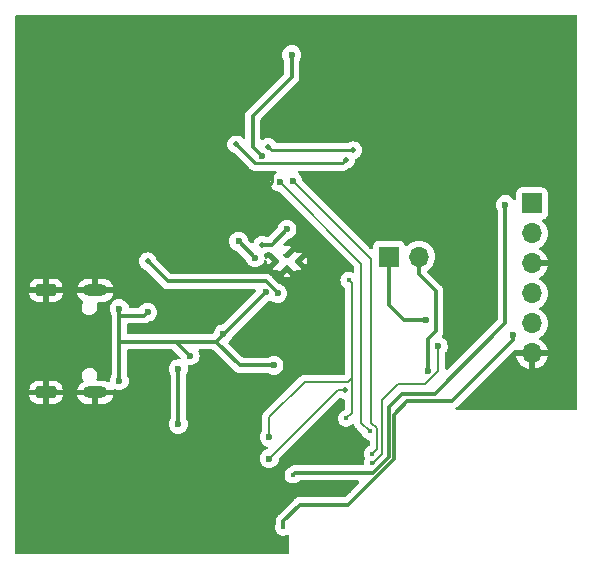
<source format=gbr>
%TF.GenerationSoftware,KiCad,Pcbnew,7.0.10*%
%TF.CreationDate,2024-04-19T21:49:06+08:00*%
%TF.ProjectId,MyProject1_4,4d795072-6f6a-4656-9374-315f342e6b69,rev?*%
%TF.SameCoordinates,Original*%
%TF.FileFunction,Copper,L2,Bot*%
%TF.FilePolarity,Positive*%
%FSLAX46Y46*%
G04 Gerber Fmt 4.6, Leading zero omitted, Abs format (unit mm)*
G04 Created by KiCad (PCBNEW 7.0.10) date 2024-04-19 21:49:06*
%MOMM*%
%LPD*%
G01*
G04 APERTURE LIST*
G04 Aperture macros list*
%AMRoundRect*
0 Rectangle with rounded corners*
0 $1 Rounding radius*
0 $2 $3 $4 $5 $6 $7 $8 $9 X,Y pos of 4 corners*
0 Add a 4 corners polygon primitive as box body*
4,1,4,$2,$3,$4,$5,$6,$7,$8,$9,$2,$3,0*
0 Add four circle primitives for the rounded corners*
1,1,$1+$1,$2,$3*
1,1,$1+$1,$4,$5*
1,1,$1+$1,$6,$7*
1,1,$1+$1,$8,$9*
0 Add four rect primitives between the rounded corners*
20,1,$1+$1,$2,$3,$4,$5,0*
20,1,$1+$1,$4,$5,$6,$7,0*
20,1,$1+$1,$6,$7,$8,$9,0*
20,1,$1+$1,$8,$9,$2,$3,0*%
G04 Aperture macros list end*
%TA.AperFunction,ComponentPad*%
%ADD10O,2.100000X1.000000*%
%TD*%
%TA.AperFunction,ComponentPad*%
%ADD11RoundRect,0.250000X-0.650000X0.250000X-0.650000X-0.250000X0.650000X-0.250000X0.650000X0.250000X0*%
%TD*%
%TA.AperFunction,ComponentPad*%
%ADD12R,1.700000X1.700000*%
%TD*%
%TA.AperFunction,ComponentPad*%
%ADD13O,1.700000X1.700000*%
%TD*%
%TA.AperFunction,ComponentPad*%
%ADD14C,0.500000*%
%TD*%
%TA.AperFunction,ViaPad*%
%ADD15C,0.600000*%
%TD*%
%TA.AperFunction,ViaPad*%
%ADD16C,0.500000*%
%TD*%
%TA.AperFunction,ViaPad*%
%ADD17C,0.400000*%
%TD*%
%TA.AperFunction,Conductor*%
%ADD18C,0.300000*%
%TD*%
%TA.AperFunction,Conductor*%
%ADD19C,0.250000*%
%TD*%
%TA.AperFunction,Conductor*%
%ADD20C,0.150000*%
%TD*%
%TA.AperFunction,Conductor*%
%ADD21C,0.200000*%
%TD*%
G04 APERTURE END LIST*
D10*
%TO.P,J9,SH1,GND*%
%TO.N,GNDREF*%
X77980000Y-72260000D03*
%TO.P,J9,SH2,GND*%
X77980000Y-80900000D03*
D11*
%TO.P,J9,SH3,GND*%
X73800000Y-72260000D03*
%TO.P,J9,SH4,GND*%
X73800000Y-80900000D03*
%TD*%
D12*
%TO.P,JP1,1,A*%
%TO.N,+3.3V*%
X102825000Y-69400000D03*
D13*
%TO.P,JP1,2,B*%
%TO.N,PH3*%
X105365000Y-69400000D03*
%TD*%
D12*
%TO.P,J10,1,Pin_1*%
%TO.N,PWM1*%
X114935000Y-64897000D03*
D13*
%TO.P,J10,2,Pin_2*%
%TO.N,unconnected-(J10-Pin_2-Pad2)*%
X114935000Y-67437000D03*
%TO.P,J10,3,Pin_3*%
%TO.N,GNDREF*%
X114935000Y-69977000D03*
%TO.P,J10,4,Pin_4*%
%TO.N,PWM2*%
X114935000Y-72517000D03*
%TO.P,J10,5,Pin_5*%
%TO.N,unconnected-(J10-Pin_5-Pad5)*%
X114935000Y-75057000D03*
%TO.P,J10,6,Pin_6*%
%TO.N,GNDREF*%
X114935000Y-77597000D03*
%TD*%
D14*
%TO.P,U5,PAD,GND*%
%TO.N,GNDREF*%
X94200000Y-69225000D03*
X95150000Y-69800000D03*
X93250000Y-69800000D03*
X94200000Y-70375000D03*
%TD*%
D15*
%TO.N,+5V*%
X94200000Y-67100000D03*
D16*
X92100000Y-68400000D03*
D15*
%TO.N,GNDREF*%
X75700000Y-88600000D03*
X72300000Y-93700000D03*
X84200000Y-88600000D03*
X101600000Y-63400000D03*
X85900000Y-93700000D03*
X82500000Y-86900000D03*
X77400000Y-85200000D03*
X98900000Y-56100000D03*
X77400000Y-93700000D03*
X84200000Y-90300000D03*
X74000000Y-92000000D03*
X82000000Y-63500000D03*
X89300000Y-93700000D03*
X80800000Y-88600000D03*
X72300000Y-88600000D03*
X74000000Y-85200000D03*
X79100000Y-55800000D03*
X86700000Y-55300000D03*
X82500000Y-90300000D03*
X85900000Y-90300000D03*
X85900000Y-85200000D03*
D17*
X96600000Y-88700000D03*
D16*
X98800000Y-73500000D03*
D15*
X72300000Y-85200000D03*
X91400000Y-88700000D03*
X80800000Y-92000000D03*
X72300000Y-90300000D03*
X79100000Y-88600000D03*
X87600000Y-92000000D03*
X89300000Y-88600000D03*
X87600000Y-88600000D03*
X75700000Y-90300000D03*
D16*
X89900000Y-64400000D03*
D15*
X92100000Y-63900000D03*
X79100000Y-86900000D03*
X91470000Y-84230000D03*
X82500000Y-88600000D03*
X72300000Y-86900000D03*
X79100000Y-90300000D03*
X87600000Y-90300000D03*
X74000000Y-93700000D03*
X87600000Y-86900000D03*
X82600000Y-80900000D03*
X82500000Y-85200000D03*
X89300000Y-85200000D03*
X85900000Y-86900000D03*
X79100000Y-92000000D03*
X87600000Y-85200000D03*
D16*
X84300000Y-67300000D03*
D15*
X75700000Y-85200000D03*
X96300000Y-72100000D03*
X98300000Y-65200000D03*
X74000000Y-88600000D03*
X80800000Y-90300000D03*
X74000000Y-86900000D03*
X75700000Y-93700000D03*
X74000000Y-90300000D03*
X85900000Y-92000000D03*
X84200000Y-86900000D03*
D17*
X99300000Y-84500000D03*
D15*
X87600000Y-93700000D03*
X80800000Y-93700000D03*
X77400000Y-86900000D03*
X77400000Y-90300000D03*
X77400000Y-88600000D03*
X80800000Y-85200000D03*
X77400000Y-92000000D03*
X93200000Y-80800000D03*
X79100000Y-85200000D03*
X75700000Y-92000000D03*
X82500000Y-79000000D03*
X89300000Y-92000000D03*
D16*
X96200000Y-62700000D03*
D15*
X82500000Y-93700000D03*
X79100000Y-93700000D03*
X80800000Y-86900000D03*
X84200000Y-92000000D03*
D17*
X99450000Y-89250000D03*
X92900000Y-62300000D03*
D16*
X103700000Y-52800000D03*
D15*
X82500000Y-92000000D03*
X72300000Y-92000000D03*
X84200000Y-85200000D03*
X85900000Y-88600000D03*
X89300000Y-90300000D03*
X75700000Y-86900000D03*
X89300000Y-86900000D03*
X84200000Y-93700000D03*
%TO.N,NRST*%
X107000000Y-77000000D03*
D17*
X101400000Y-86900000D03*
D15*
%TO.N,SCL*%
X93600000Y-63100000D03*
D17*
X101200000Y-84200000D03*
%TO.N,SDA*%
X101400000Y-86100000D03*
D15*
X94700000Y-63000000D03*
%TO.N,Net-(U5-SW1)*%
X91500000Y-69500000D03*
X90100000Y-68100000D03*
D16*
%TO.N,SD0*%
X99200000Y-61200000D03*
X89900000Y-59900000D03*
%TO.N,SC0*%
X92600000Y-60100000D03*
X99800000Y-60400000D03*
D15*
%TO.N,PC13*%
X92700000Y-86500000D03*
D16*
X99100000Y-80700000D03*
D17*
%TO.N,PWM1*%
X94700000Y-87900000D03*
D15*
X112700000Y-65000000D03*
%TO.N,PWM2*%
X113300000Y-76000000D03*
D17*
X93900000Y-92318934D03*
D15*
%TO.N,USB_D-*%
X85000000Y-78900000D03*
X85000000Y-83600000D03*
%TO.N,PH3*%
X106100000Y-79100000D03*
%TO.N,VBUS*%
X88800000Y-75937500D03*
X80000000Y-79900000D03*
X86000000Y-77800000D03*
X80000000Y-73800000D03*
X93100000Y-78600000D03*
X92400000Y-72400000D03*
X82400000Y-74100000D03*
D16*
%TO.N,VBAT*%
X82400000Y-69800000D03*
D15*
X93400000Y-72500000D03*
%TO.N,+1V8*%
X94600000Y-52300000D03*
X92100000Y-60900000D03*
%TO.N,+3.3V*%
X106000000Y-74800000D03*
D17*
X99437500Y-71400000D03*
D15*
X92700000Y-84700000D03*
D17*
X99200000Y-83100000D03*
%TD*%
D18*
%TO.N,+5V*%
X92900000Y-68400000D02*
X92100000Y-68400000D01*
X94200000Y-67100000D02*
X92900000Y-68400000D01*
%TO.N,GNDREF*%
X97400000Y-72100000D02*
X96300000Y-72100000D01*
X98800000Y-73500000D02*
X97400000Y-72100000D01*
X96600000Y-84500000D02*
X92400000Y-88700000D01*
X90400000Y-63900000D02*
X89900000Y-64400000D01*
D19*
X101600000Y-58800000D02*
X101600000Y-63400000D01*
D18*
X86200000Y-55800000D02*
X86700000Y-55300000D01*
X82600000Y-79200000D02*
X82500000Y-79100000D01*
D20*
X96600000Y-88700000D02*
X96570000Y-88730000D01*
D19*
X92900000Y-62300000D02*
X92900000Y-63100000D01*
X95925000Y-72100000D02*
X94200000Y-70375000D01*
D18*
X79100000Y-55800000D02*
X86200000Y-55800000D01*
X103700000Y-56700000D02*
X101600000Y-58800000D01*
X82600000Y-80900000D02*
X82600000Y-79200000D01*
X103700000Y-52800000D02*
X103700000Y-56700000D01*
X92100000Y-63900000D02*
X90400000Y-63900000D01*
D19*
X96300000Y-72100000D02*
X95925000Y-72100000D01*
D18*
X99450000Y-89250000D02*
X98900000Y-88700000D01*
D19*
X93200000Y-80800000D02*
X91470000Y-82530000D01*
D18*
X96570000Y-88730000D02*
X91430000Y-88730000D01*
X87200000Y-64400000D02*
X84300000Y-67300000D01*
X99800000Y-65200000D02*
X101600000Y-63400000D01*
D19*
X92900000Y-63100000D02*
X92100000Y-63900000D01*
X98900000Y-56100000D02*
X101600000Y-58800000D01*
D18*
X99300000Y-84500000D02*
X96600000Y-84500000D01*
X82000000Y-63500000D02*
X79100000Y-60600000D01*
D20*
X92400000Y-88700000D02*
X91400000Y-88700000D01*
D18*
X79100000Y-60600000D02*
X79100000Y-55800000D01*
D19*
X96200000Y-62700000D02*
X100900000Y-62700000D01*
D18*
X98300000Y-65200000D02*
X99800000Y-65200000D01*
X98900000Y-88700000D02*
X96600000Y-88700000D01*
D20*
X91430000Y-88730000D02*
X91400000Y-88700000D01*
D19*
X91470000Y-82530000D02*
X91470000Y-84230000D01*
X100900000Y-62700000D02*
X101600000Y-63400000D01*
D18*
X89900000Y-64400000D02*
X87200000Y-64400000D01*
D21*
%TO.N,NRST*%
X102235000Y-81565000D02*
X103600000Y-80200000D01*
X101455600Y-86900000D02*
X102235000Y-86120600D01*
D18*
X101400000Y-86900000D02*
X101455600Y-86900000D01*
D21*
X102235000Y-86120600D02*
X102235000Y-81565000D01*
X105890955Y-80200000D02*
X107000000Y-79090955D01*
X103600000Y-80200000D02*
X105890955Y-80200000D01*
X107000000Y-79090955D02*
X107000000Y-77000000D01*
%TO.N,SCL*%
X101200000Y-84200000D02*
X100500000Y-83500000D01*
X100500000Y-70000000D02*
X93600000Y-63100000D01*
X100500000Y-83500000D02*
X100500000Y-70000000D01*
%TO.N,SDA*%
X101300000Y-83444400D02*
X101300000Y-69600000D01*
X101805000Y-83949400D02*
X101300000Y-83444400D01*
X101805000Y-85695000D02*
X101805000Y-83949400D01*
X101300000Y-69600000D02*
X94700000Y-63000000D01*
X101400000Y-86100000D02*
X101805000Y-85695000D01*
D18*
%TO.N,Net-(U5-SW1)*%
X90100000Y-68100000D02*
X91500000Y-69500000D01*
D19*
%TO.N,SD0*%
X91505000Y-61505000D02*
X89900000Y-59900000D01*
X99200000Y-61200000D02*
X98895000Y-61505000D01*
X98895000Y-61505000D02*
X91505000Y-61505000D01*
%TO.N,SC0*%
X99800000Y-60400000D02*
X92900000Y-60400000D01*
X92900000Y-60400000D02*
X92600000Y-60100000D01*
D21*
%TO.N,PC13*%
X99100000Y-80700000D02*
X98500000Y-80700000D01*
X98500000Y-80700000D02*
X92700000Y-86500000D01*
D18*
%TO.N,PWM1*%
X106700000Y-81000000D02*
X112700000Y-75000000D01*
X101455600Y-87700000D02*
X102800000Y-86355600D01*
X103900000Y-81000000D02*
X106700000Y-81000000D01*
X94700000Y-87900000D02*
X94900000Y-87700000D01*
X94900000Y-87700000D02*
X101455600Y-87700000D01*
X112700000Y-75000000D02*
X112700000Y-65000000D01*
X102800000Y-86355600D02*
X102800000Y-82100000D01*
X102800000Y-82100000D02*
X103900000Y-81000000D01*
%TO.N,PWM2*%
X93900000Y-91800000D02*
X95300000Y-90400000D01*
X104400000Y-81600000D02*
X108200000Y-81600000D01*
X103230000Y-82770000D02*
X104400000Y-81600000D01*
X93900000Y-92318934D02*
X93900000Y-91800000D01*
X95300000Y-90400000D02*
X99363712Y-90400000D01*
X113300000Y-76500000D02*
X113300000Y-76000000D01*
X99363712Y-90400000D02*
X103230000Y-86533712D01*
X103230000Y-86533712D02*
X103230000Y-82770000D01*
X108200000Y-81600000D02*
X113300000Y-76500000D01*
%TO.N,USB_D-*%
X85000000Y-78900000D02*
X85000000Y-83600000D01*
%TO.N,PH3*%
X106800000Y-72335000D02*
X106800000Y-75700000D01*
X106800000Y-75700000D02*
X106100000Y-76400000D01*
X105365000Y-70900000D02*
X106800000Y-72335000D01*
X106100000Y-76400000D02*
X106100000Y-79100000D01*
X105365000Y-69400000D02*
X105365000Y-70900000D01*
%TO.N,VBUS*%
X84800000Y-76600000D02*
X86000000Y-77800000D01*
X90200000Y-78600000D02*
X93100000Y-78600000D01*
X84800000Y-76600000D02*
X88200000Y-76600000D01*
X80000000Y-74400000D02*
X80000000Y-73800000D01*
X82400000Y-74100000D02*
X82100000Y-74400000D01*
X88200000Y-76600000D02*
X92400000Y-72400000D01*
X80000000Y-76600000D02*
X84800000Y-76600000D01*
X80000000Y-79900000D02*
X80000000Y-76600000D01*
X80000000Y-76600000D02*
X80000000Y-74400000D01*
X82100000Y-74400000D02*
X80000000Y-74400000D01*
X88200000Y-76600000D02*
X90200000Y-78600000D01*
%TO.N,VBAT*%
X82400000Y-69800000D02*
X84100000Y-71500000D01*
X92400000Y-71500000D02*
X93400000Y-72500000D01*
X84100000Y-71500000D02*
X92400000Y-71500000D01*
%TO.N,+1V8*%
X92100000Y-60900000D02*
X91300000Y-60100000D01*
X91300000Y-57500000D02*
X94600000Y-54200000D01*
X94600000Y-54200000D02*
X94600000Y-52300000D01*
X91300000Y-60100000D02*
X91300000Y-57500000D01*
D21*
%TO.N,+3.3V*%
X92700000Y-83000000D02*
X95700000Y-80000000D01*
X99700000Y-82600000D02*
X99700000Y-80000000D01*
X92700000Y-84700000D02*
X92700000Y-83000000D01*
X99700000Y-80000000D02*
X99700000Y-71662500D01*
X99200000Y-83100000D02*
X99700000Y-82600000D01*
D18*
X104100000Y-74800000D02*
X102825000Y-73525000D01*
D21*
X99500000Y-71400000D02*
X99437500Y-71400000D01*
X99400000Y-80000000D02*
X99700000Y-79700000D01*
X95700000Y-80000000D02*
X99400000Y-80000000D01*
D18*
X106000000Y-74800000D02*
X104100000Y-74800000D01*
X102825000Y-73525000D02*
X102825000Y-69400000D01*
D21*
X99700000Y-71662500D02*
X99437500Y-71400000D01*
%TD*%
%TA.AperFunction,Conductor*%
%TO.N,GNDREF*%
G36*
X118742539Y-48920185D02*
G01*
X118788294Y-48972989D01*
X118799500Y-49024500D01*
X118799500Y-82275500D01*
X118779815Y-82342539D01*
X118727011Y-82388294D01*
X118675500Y-82399500D01*
X108587911Y-82399500D01*
X108520872Y-82379815D01*
X108475117Y-82327011D01*
X108465173Y-82257853D01*
X108494198Y-82194297D01*
X108515024Y-82175183D01*
X108515869Y-82174568D01*
X108515871Y-82174568D01*
X108552816Y-82147725D01*
X108562558Y-82141326D01*
X108601865Y-82118081D01*
X108616870Y-82103075D01*
X108631668Y-82090436D01*
X108648837Y-82077963D01*
X108677946Y-82042774D01*
X108685790Y-82034154D01*
X113403908Y-77316036D01*
X113465229Y-77282553D01*
X113534921Y-77287537D01*
X113589962Y-77328232D01*
X113604363Y-77347000D01*
X114501314Y-77347000D01*
X114475507Y-77387156D01*
X114435000Y-77525111D01*
X114435000Y-77668889D01*
X114475507Y-77806844D01*
X114501314Y-77847000D01*
X113604364Y-77847000D01*
X113661567Y-78060486D01*
X113661570Y-78060492D01*
X113761399Y-78274578D01*
X113896894Y-78468082D01*
X114063917Y-78635105D01*
X114257421Y-78770600D01*
X114471507Y-78870429D01*
X114471516Y-78870433D01*
X114685000Y-78927634D01*
X114685000Y-78032501D01*
X114792685Y-78081680D01*
X114899237Y-78097000D01*
X114970763Y-78097000D01*
X115077315Y-78081680D01*
X115185000Y-78032501D01*
X115185000Y-78927633D01*
X115398483Y-78870433D01*
X115398492Y-78870429D01*
X115612578Y-78770600D01*
X115806082Y-78635105D01*
X115973105Y-78468082D01*
X116108600Y-78274578D01*
X116208429Y-78060492D01*
X116208432Y-78060486D01*
X116265636Y-77847000D01*
X115368686Y-77847000D01*
X115394493Y-77806844D01*
X115435000Y-77668889D01*
X115435000Y-77525111D01*
X115394493Y-77387156D01*
X115368686Y-77347000D01*
X116265636Y-77347000D01*
X116265635Y-77346999D01*
X116208432Y-77133513D01*
X116208429Y-77133507D01*
X116108600Y-76919422D01*
X116108599Y-76919420D01*
X115973113Y-76725926D01*
X115973108Y-76725920D01*
X115806078Y-76558890D01*
X115620405Y-76428879D01*
X115576780Y-76374302D01*
X115569588Y-76304804D01*
X115601110Y-76242449D01*
X115620406Y-76225730D01*
X115632768Y-76217074D01*
X115806401Y-76095495D01*
X115973495Y-75928401D01*
X116109035Y-75734830D01*
X116208903Y-75520663D01*
X116270063Y-75292408D01*
X116290659Y-75057000D01*
X116270063Y-74821592D01*
X116223626Y-74648285D01*
X116208905Y-74593344D01*
X116208904Y-74593343D01*
X116208903Y-74593337D01*
X116109035Y-74379171D01*
X116094793Y-74358830D01*
X115973494Y-74185597D01*
X115806402Y-74018506D01*
X115806396Y-74018501D01*
X115620842Y-73888575D01*
X115577217Y-73833998D01*
X115570023Y-73764500D01*
X115601546Y-73702145D01*
X115620842Y-73685425D01*
X115673556Y-73648514D01*
X115806401Y-73555495D01*
X115973495Y-73388401D01*
X116109035Y-73194830D01*
X116208903Y-72980663D01*
X116270063Y-72752408D01*
X116290659Y-72517000D01*
X116270063Y-72281592D01*
X116208903Y-72053337D01*
X116109035Y-71839171D01*
X116093751Y-71817342D01*
X115973494Y-71645597D01*
X115806402Y-71478506D01*
X115806401Y-71478505D01*
X115620405Y-71348269D01*
X115576781Y-71293692D01*
X115569588Y-71224193D01*
X115601110Y-71161839D01*
X115620405Y-71145119D01*
X115806082Y-71015105D01*
X115973105Y-70848082D01*
X116108600Y-70654578D01*
X116208429Y-70440492D01*
X116208432Y-70440486D01*
X116265636Y-70227000D01*
X115368686Y-70227000D01*
X115394493Y-70186844D01*
X115435000Y-70048889D01*
X115435000Y-69905111D01*
X115394493Y-69767156D01*
X115368686Y-69727000D01*
X116265636Y-69727000D01*
X116265635Y-69726999D01*
X116208432Y-69513513D01*
X116208429Y-69513507D01*
X116108600Y-69299422D01*
X116108599Y-69299420D01*
X115973113Y-69105926D01*
X115973108Y-69105920D01*
X115806078Y-68938890D01*
X115620405Y-68808879D01*
X115576780Y-68754302D01*
X115569588Y-68684804D01*
X115601110Y-68622449D01*
X115620406Y-68605730D01*
X115707520Y-68544732D01*
X115806401Y-68475495D01*
X115973495Y-68308401D01*
X116109035Y-68114830D01*
X116208903Y-67900663D01*
X116270063Y-67672408D01*
X116290659Y-67437000D01*
X116270063Y-67201592D01*
X116208903Y-66973337D01*
X116109035Y-66759171D01*
X116102948Y-66750478D01*
X115973496Y-66565600D01*
X115973495Y-66565599D01*
X115851567Y-66443671D01*
X115818084Y-66382351D01*
X115823068Y-66312659D01*
X115864939Y-66256725D01*
X115895915Y-66239810D01*
X116027331Y-66190796D01*
X116142546Y-66104546D01*
X116228796Y-65989331D01*
X116279091Y-65854483D01*
X116285500Y-65794873D01*
X116285499Y-63999128D01*
X116279091Y-63939517D01*
X116275802Y-63930700D01*
X116228797Y-63804671D01*
X116228793Y-63804664D01*
X116142547Y-63689455D01*
X116142544Y-63689452D01*
X116027335Y-63603206D01*
X116027328Y-63603202D01*
X115892482Y-63552908D01*
X115892483Y-63552908D01*
X115832883Y-63546501D01*
X115832881Y-63546500D01*
X115832873Y-63546500D01*
X115832864Y-63546500D01*
X114037129Y-63546500D01*
X114037123Y-63546501D01*
X113977516Y-63552908D01*
X113842671Y-63603202D01*
X113842664Y-63603206D01*
X113727455Y-63689452D01*
X113727452Y-63689455D01*
X113641206Y-63804664D01*
X113641202Y-63804671D01*
X113590908Y-63939517D01*
X113584501Y-63999116D01*
X113584501Y-63999123D01*
X113584500Y-63999135D01*
X113584500Y-64472651D01*
X113564815Y-64539690D01*
X113512011Y-64585445D01*
X113442853Y-64595389D01*
X113379297Y-64566364D01*
X113355507Y-64538624D01*
X113329817Y-64497740D01*
X113329815Y-64497737D01*
X113202262Y-64370184D01*
X113049523Y-64274211D01*
X112879254Y-64214631D01*
X112879249Y-64214630D01*
X112700004Y-64194435D01*
X112699996Y-64194435D01*
X112520750Y-64214630D01*
X112520745Y-64214631D01*
X112350476Y-64274211D01*
X112197737Y-64370184D01*
X112070184Y-64497737D01*
X111974211Y-64650476D01*
X111914631Y-64820745D01*
X111914630Y-64820750D01*
X111894435Y-64999996D01*
X111894435Y-65000003D01*
X111914630Y-65179249D01*
X111914631Y-65179254D01*
X111974211Y-65349524D01*
X112030493Y-65439094D01*
X112049500Y-65505067D01*
X112049500Y-74679191D01*
X112029815Y-74746230D01*
X112013181Y-74766872D01*
X107812181Y-78967872D01*
X107750858Y-79001357D01*
X107681166Y-78996373D01*
X107625233Y-78954501D01*
X107600816Y-78889037D01*
X107600500Y-78880191D01*
X107600500Y-77582412D01*
X107620185Y-77515373D01*
X107627555Y-77505097D01*
X107629810Y-77502267D01*
X107629816Y-77502262D01*
X107725789Y-77349522D01*
X107785368Y-77179255D01*
X107794636Y-77097000D01*
X107805565Y-77000003D01*
X107805565Y-76999996D01*
X107785369Y-76820750D01*
X107785368Y-76820745D01*
X107725788Y-76650476D01*
X107629815Y-76497737D01*
X107502260Y-76370182D01*
X107353509Y-76276715D01*
X107307219Y-76224381D01*
X107296571Y-76155327D01*
X107324946Y-76091479D01*
X107329073Y-76086856D01*
X107330448Y-76085393D01*
X107340674Y-76066790D01*
X107351353Y-76050533D01*
X107364362Y-76033764D01*
X107382491Y-75991866D01*
X107387620Y-75981395D01*
X107409627Y-75941368D01*
X107414905Y-75920806D01*
X107421207Y-75902399D01*
X107429635Y-75882927D01*
X107436777Y-75837828D01*
X107439141Y-75826413D01*
X107450500Y-75782177D01*
X107450500Y-75760950D01*
X107452027Y-75741550D01*
X107453091Y-75734834D01*
X107455346Y-75720596D01*
X107451050Y-75675148D01*
X107450500Y-75663479D01*
X107450500Y-72420501D01*
X107452268Y-72404488D01*
X107452026Y-72404466D01*
X107452758Y-72396710D01*
X107452760Y-72396703D01*
X107450561Y-72326735D01*
X107450500Y-72322840D01*
X107450500Y-72294077D01*
X107450499Y-72294070D01*
X107449949Y-72289716D01*
X107449030Y-72278054D01*
X107447597Y-72232430D01*
X107441676Y-72212052D01*
X107437731Y-72193003D01*
X107435071Y-72171942D01*
X107418261Y-72129487D01*
X107414481Y-72118445D01*
X107413453Y-72114905D01*
X107401744Y-72074601D01*
X107390939Y-72056332D01*
X107382379Y-72038858D01*
X107381351Y-72036262D01*
X107374568Y-72019129D01*
X107347737Y-71982199D01*
X107341323Y-71972435D01*
X107337437Y-71965864D01*
X107318081Y-71933135D01*
X107303075Y-71918129D01*
X107290435Y-71903330D01*
X107277961Y-71886160D01*
X107242780Y-71857056D01*
X107234140Y-71849194D01*
X106098007Y-70713061D01*
X106064522Y-70651738D01*
X106069506Y-70582046D01*
X106111378Y-70526113D01*
X106114541Y-70523822D01*
X106236401Y-70438495D01*
X106403495Y-70271401D01*
X106539035Y-70077830D01*
X106638903Y-69863663D01*
X106700063Y-69635408D01*
X106720659Y-69400000D01*
X106700063Y-69164592D01*
X106653626Y-68991285D01*
X106638905Y-68936344D01*
X106638904Y-68936343D01*
X106638903Y-68936337D01*
X106539035Y-68722171D01*
X106533023Y-68713584D01*
X106403494Y-68528597D01*
X106236402Y-68361506D01*
X106236395Y-68361501D01*
X106042834Y-68225967D01*
X106042830Y-68225965D01*
X105992657Y-68202569D01*
X105828663Y-68126097D01*
X105828659Y-68126096D01*
X105828655Y-68126094D01*
X105600413Y-68064938D01*
X105600403Y-68064936D01*
X105365001Y-68044341D01*
X105364999Y-68044341D01*
X105129596Y-68064936D01*
X105129586Y-68064938D01*
X104901344Y-68126094D01*
X104901335Y-68126098D01*
X104687171Y-68225964D01*
X104687169Y-68225965D01*
X104493600Y-68361503D01*
X104371673Y-68483430D01*
X104310350Y-68516914D01*
X104240658Y-68511930D01*
X104184725Y-68470058D01*
X104167810Y-68439081D01*
X104118797Y-68307671D01*
X104118793Y-68307664D01*
X104032547Y-68192455D01*
X104032544Y-68192452D01*
X103917335Y-68106206D01*
X103917328Y-68106202D01*
X103782482Y-68055908D01*
X103782483Y-68055908D01*
X103722883Y-68049501D01*
X103722881Y-68049500D01*
X103722873Y-68049500D01*
X103722864Y-68049500D01*
X101927129Y-68049500D01*
X101927123Y-68049501D01*
X101867516Y-68055908D01*
X101732671Y-68106202D01*
X101732664Y-68106206D01*
X101617455Y-68192452D01*
X101617452Y-68192455D01*
X101531206Y-68307664D01*
X101531202Y-68307671D01*
X101480908Y-68442517D01*
X101474501Y-68502116D01*
X101474500Y-68502135D01*
X101474500Y-68625903D01*
X101454815Y-68692942D01*
X101402011Y-68738697D01*
X101332853Y-68748641D01*
X101269297Y-68719616D01*
X101262819Y-68713584D01*
X95530700Y-62981465D01*
X95497215Y-62920142D01*
X95495163Y-62907686D01*
X95485368Y-62820745D01*
X95425789Y-62650478D01*
X95329816Y-62497738D01*
X95202262Y-62370184D01*
X95202259Y-62370182D01*
X95185248Y-62359493D01*
X95138957Y-62307158D01*
X95128310Y-62238105D01*
X95156685Y-62174256D01*
X95215076Y-62135885D01*
X95251221Y-62130500D01*
X98812257Y-62130500D01*
X98827877Y-62132224D01*
X98827904Y-62131939D01*
X98835660Y-62132671D01*
X98835667Y-62132673D01*
X98902873Y-62130561D01*
X98906768Y-62130500D01*
X98934346Y-62130500D01*
X98934350Y-62130500D01*
X98938324Y-62129997D01*
X98949963Y-62129080D01*
X98993627Y-62127709D01*
X99012869Y-62122117D01*
X99031912Y-62118174D01*
X99051792Y-62115664D01*
X99092401Y-62099585D01*
X99103444Y-62095803D01*
X99145390Y-62083618D01*
X99162629Y-62073422D01*
X99180103Y-62064862D01*
X99198727Y-62057488D01*
X99198727Y-62057487D01*
X99198732Y-62057486D01*
X99234083Y-62031800D01*
X99243814Y-62025408D01*
X99281420Y-62003170D01*
X99295589Y-61988999D01*
X99310379Y-61976368D01*
X99326587Y-61964594D01*
X99326590Y-61964590D01*
X99330809Y-61960629D01*
X99374743Y-61933974D01*
X99527690Y-61880456D01*
X99527693Y-61880453D01*
X99527697Y-61880452D01*
X99670884Y-61790481D01*
X99670885Y-61790480D01*
X99670890Y-61790477D01*
X99790477Y-61670890D01*
X99880452Y-61527697D01*
X99880454Y-61527694D01*
X99880454Y-61527692D01*
X99880456Y-61527690D01*
X99936313Y-61368059D01*
X99936313Y-61368057D01*
X99936314Y-61368055D01*
X99953470Y-61215790D01*
X99980536Y-61151376D01*
X100035735Y-61112632D01*
X100127690Y-61080456D01*
X100127693Y-61080453D01*
X100127697Y-61080452D01*
X100270884Y-60990481D01*
X100270885Y-60990480D01*
X100270890Y-60990477D01*
X100390477Y-60870890D01*
X100480452Y-60727697D01*
X100480454Y-60727694D01*
X100480454Y-60727692D01*
X100480456Y-60727690D01*
X100536313Y-60568059D01*
X100536313Y-60568058D01*
X100536314Y-60568056D01*
X100555249Y-60400002D01*
X100555249Y-60399997D01*
X100536314Y-60231943D01*
X100480454Y-60072305D01*
X100480452Y-60072302D01*
X100390481Y-59929115D01*
X100390476Y-59929109D01*
X100270890Y-59809523D01*
X100270884Y-59809518D01*
X100127697Y-59719547D01*
X100127694Y-59719545D01*
X99968056Y-59663685D01*
X99800003Y-59644751D01*
X99799997Y-59644751D01*
X99631943Y-59663685D01*
X99472307Y-59719545D01*
X99415096Y-59755494D01*
X99349124Y-59774500D01*
X93350364Y-59774500D01*
X93283325Y-59754815D01*
X93245370Y-59716472D01*
X93190476Y-59629109D01*
X93070890Y-59509523D01*
X93070884Y-59509518D01*
X92927697Y-59419547D01*
X92927694Y-59419545D01*
X92768056Y-59363685D01*
X92600003Y-59344751D01*
X92599997Y-59344751D01*
X92431943Y-59363685D01*
X92272307Y-59419545D01*
X92140472Y-59502383D01*
X92073235Y-59521383D01*
X92006400Y-59501015D01*
X91961186Y-59447747D01*
X91950500Y-59397389D01*
X91950500Y-57820806D01*
X91970185Y-57753767D01*
X91986814Y-57733130D01*
X94999511Y-54720432D01*
X95012086Y-54710359D01*
X95011931Y-54710172D01*
X95017933Y-54705205D01*
X95017940Y-54705202D01*
X95065912Y-54654115D01*
X95068561Y-54651382D01*
X95088911Y-54631034D01*
X95091608Y-54627556D01*
X95099196Y-54618672D01*
X95130448Y-54585393D01*
X95140670Y-54566796D01*
X95151355Y-54550531D01*
X95164363Y-54533763D01*
X95182491Y-54491870D01*
X95187627Y-54481382D01*
X95209627Y-54441368D01*
X95214904Y-54420808D01*
X95221206Y-54402403D01*
X95229636Y-54382926D01*
X95236779Y-54337820D01*
X95239143Y-54326405D01*
X95250500Y-54282177D01*
X95250500Y-54260955D01*
X95252027Y-54241555D01*
X95255347Y-54220595D01*
X95251050Y-54175140D01*
X95250500Y-54163470D01*
X95250500Y-52805067D01*
X95269507Y-52739094D01*
X95325788Y-52649524D01*
X95385368Y-52479254D01*
X95385369Y-52479249D01*
X95405565Y-52300003D01*
X95405565Y-52299996D01*
X95385369Y-52120750D01*
X95385368Y-52120745D01*
X95325788Y-51950476D01*
X95229815Y-51797737D01*
X95102262Y-51670184D01*
X94949523Y-51574211D01*
X94779254Y-51514631D01*
X94779249Y-51514630D01*
X94600004Y-51494435D01*
X94599996Y-51494435D01*
X94420750Y-51514630D01*
X94420745Y-51514631D01*
X94250476Y-51574211D01*
X94097737Y-51670184D01*
X93970184Y-51797737D01*
X93874211Y-51950476D01*
X93814631Y-52120745D01*
X93814630Y-52120750D01*
X93794435Y-52299996D01*
X93794435Y-52300003D01*
X93814630Y-52479249D01*
X93814631Y-52479254D01*
X93874211Y-52649524D01*
X93930493Y-52739094D01*
X93949500Y-52805067D01*
X93949500Y-53879191D01*
X93929815Y-53946230D01*
X93913181Y-53966872D01*
X90900484Y-56979568D01*
X90887910Y-56989643D01*
X90888065Y-56989830D01*
X90882058Y-56994799D01*
X90834133Y-57045833D01*
X90831427Y-57048625D01*
X90811090Y-57068963D01*
X90811077Y-57068978D01*
X90808373Y-57072463D01*
X90800806Y-57081322D01*
X90769552Y-57114607D01*
X90759322Y-57133213D01*
X90748646Y-57149464D01*
X90735640Y-57166232D01*
X90735636Y-57166238D01*
X90717508Y-57208130D01*
X90712369Y-57218619D01*
X90690372Y-57258630D01*
X90690372Y-57258631D01*
X90685091Y-57279199D01*
X90678791Y-57297601D01*
X90670364Y-57317073D01*
X90663223Y-57362162D01*
X90660854Y-57373600D01*
X90649500Y-57417817D01*
X90649500Y-57439044D01*
X90647973Y-57458444D01*
X90644653Y-57479403D01*
X90648950Y-57524858D01*
X90649500Y-57536528D01*
X90649500Y-59288771D01*
X90629815Y-59355810D01*
X90577011Y-59401565D01*
X90507853Y-59411509D01*
X90444297Y-59382484D01*
X90437819Y-59376452D01*
X90370890Y-59309523D01*
X90370884Y-59309518D01*
X90227697Y-59219547D01*
X90227694Y-59219545D01*
X90068056Y-59163685D01*
X89900003Y-59144751D01*
X89899997Y-59144751D01*
X89731943Y-59163685D01*
X89572305Y-59219545D01*
X89572302Y-59219547D01*
X89429115Y-59309518D01*
X89429109Y-59309523D01*
X89309523Y-59429109D01*
X89309518Y-59429115D01*
X89219547Y-59572302D01*
X89219545Y-59572305D01*
X89163685Y-59731943D01*
X89144751Y-59899997D01*
X89144751Y-59900002D01*
X89163685Y-60068056D01*
X89219545Y-60227694D01*
X89219547Y-60227697D01*
X89309518Y-60370884D01*
X89309523Y-60370890D01*
X89429109Y-60490476D01*
X89429115Y-60490481D01*
X89572302Y-60580452D01*
X89572307Y-60580455D01*
X89572310Y-60580456D01*
X89731941Y-60636313D01*
X89731944Y-60636313D01*
X89735656Y-60637612D01*
X89782383Y-60666973D01*
X91004194Y-61888784D01*
X91014019Y-61901048D01*
X91014240Y-61900866D01*
X91019210Y-61906874D01*
X91068239Y-61952915D01*
X91071036Y-61955626D01*
X91090530Y-61975120D01*
X91093695Y-61977575D01*
X91102571Y-61985156D01*
X91134418Y-62015062D01*
X91134422Y-62015064D01*
X91151973Y-62024713D01*
X91168231Y-62035392D01*
X91184064Y-62047674D01*
X91219410Y-62062968D01*
X91224155Y-62065022D01*
X91234635Y-62070155D01*
X91272908Y-62091197D01*
X91292312Y-62096179D01*
X91310710Y-62102478D01*
X91329105Y-62110438D01*
X91372254Y-62117271D01*
X91383680Y-62119638D01*
X91425981Y-62130500D01*
X91446016Y-62130500D01*
X91465413Y-62132026D01*
X91485196Y-62135160D01*
X91528675Y-62131050D01*
X91540344Y-62130500D01*
X93217151Y-62130500D01*
X93284190Y-62150185D01*
X93329945Y-62202989D01*
X93339889Y-62272147D01*
X93310864Y-62335703D01*
X93258105Y-62371542D01*
X93250478Y-62374210D01*
X93097737Y-62470184D01*
X92970184Y-62597737D01*
X92874211Y-62750476D01*
X92814631Y-62920745D01*
X92814630Y-62920750D01*
X92794435Y-63099996D01*
X92794435Y-63100003D01*
X92814630Y-63279249D01*
X92814631Y-63279254D01*
X92874211Y-63449523D01*
X92935146Y-63546500D01*
X92970184Y-63602262D01*
X93097738Y-63729816D01*
X93250478Y-63825789D01*
X93420745Y-63885368D01*
X93507669Y-63895161D01*
X93572080Y-63922226D01*
X93581465Y-63930700D01*
X99863181Y-70212416D01*
X99896666Y-70273739D01*
X99899500Y-70300097D01*
X99899500Y-70646237D01*
X99879815Y-70713276D01*
X99827011Y-70759031D01*
X99757853Y-70768975D01*
X99717874Y-70756033D01*
X99687726Y-70740210D01*
X99522556Y-70699500D01*
X99352444Y-70699500D01*
X99187273Y-70740210D01*
X99036650Y-70819263D01*
X98909316Y-70932072D01*
X98812682Y-71072068D01*
X98752360Y-71231125D01*
X98752359Y-71231130D01*
X98731855Y-71400000D01*
X98752359Y-71568869D01*
X98752360Y-71568874D01*
X98812682Y-71727931D01*
X98874394Y-71817335D01*
X98909317Y-71867929D01*
X99036648Y-71980734D01*
X99036649Y-71980734D01*
X99036652Y-71980737D01*
X99042822Y-71984996D01*
X99041465Y-71986961D01*
X99083323Y-72027443D01*
X99099500Y-72088681D01*
X99099500Y-79275500D01*
X99079815Y-79342539D01*
X99027011Y-79388294D01*
X98975500Y-79399500D01*
X95747487Y-79399500D01*
X95731302Y-79398439D01*
X95700000Y-79394318D01*
X95660639Y-79399500D01*
X95543239Y-79414955D01*
X95543237Y-79414956D01*
X95397160Y-79475463D01*
X95271714Y-79571721D01*
X95252495Y-79596769D01*
X95241800Y-79608964D01*
X92308965Y-82541798D01*
X92296775Y-82552489D01*
X92271716Y-82571718D01*
X92182629Y-82687821D01*
X92182627Y-82687823D01*
X92175464Y-82697156D01*
X92175462Y-82697159D01*
X92114957Y-82843234D01*
X92114955Y-82843239D01*
X92094318Y-82999998D01*
X92094318Y-83000000D01*
X92097010Y-83020446D01*
X92098439Y-83031301D01*
X92099500Y-83047487D01*
X92099500Y-84117587D01*
X92079815Y-84184626D01*
X92072450Y-84194896D01*
X92070186Y-84197734D01*
X91974211Y-84350476D01*
X91914631Y-84520745D01*
X91914630Y-84520750D01*
X91894435Y-84699996D01*
X91894435Y-84700003D01*
X91914630Y-84879249D01*
X91914631Y-84879254D01*
X91974211Y-85049523D01*
X92070184Y-85202262D01*
X92197738Y-85329816D01*
X92350478Y-85425789D01*
X92409161Y-85446323D01*
X92513858Y-85482958D01*
X92570634Y-85523680D01*
X92596381Y-85588633D01*
X92582925Y-85657194D01*
X92534538Y-85707597D01*
X92513858Y-85717042D01*
X92350476Y-85774211D01*
X92197737Y-85870184D01*
X92070184Y-85997737D01*
X91974211Y-86150476D01*
X91914631Y-86320745D01*
X91914630Y-86320750D01*
X91894435Y-86499996D01*
X91894435Y-86500003D01*
X91914630Y-86679249D01*
X91914631Y-86679254D01*
X91974211Y-86849523D01*
X92012557Y-86910550D01*
X92070184Y-87002262D01*
X92197738Y-87129816D01*
X92233472Y-87152269D01*
X92344506Y-87222037D01*
X92350478Y-87225789D01*
X92520745Y-87285368D01*
X92520750Y-87285369D01*
X92699996Y-87305565D01*
X92700000Y-87305565D01*
X92700004Y-87305565D01*
X92879249Y-87285369D01*
X92879252Y-87285368D01*
X92879255Y-87285368D01*
X93049522Y-87225789D01*
X93202262Y-87129816D01*
X93329816Y-87002262D01*
X93425789Y-86849522D01*
X93485368Y-86679255D01*
X93495161Y-86592329D01*
X93522226Y-86527918D01*
X93530690Y-86518543D01*
X98640522Y-81408711D01*
X98701843Y-81375228D01*
X98769155Y-81379352D01*
X98931943Y-81436314D01*
X98989382Y-81442785D01*
X99053796Y-81469850D01*
X99093352Y-81527445D01*
X99099500Y-81566005D01*
X99099500Y-82299901D01*
X99079815Y-82366940D01*
X99063176Y-82387588D01*
X99054872Y-82395891D01*
X98996873Y-82428600D01*
X98949777Y-82440208D01*
X98949774Y-82440209D01*
X98799150Y-82519263D01*
X98671816Y-82632072D01*
X98575182Y-82772068D01*
X98514860Y-82931125D01*
X98514859Y-82931130D01*
X98494355Y-83100000D01*
X98514859Y-83268869D01*
X98514860Y-83268874D01*
X98575182Y-83427931D01*
X98624929Y-83500000D01*
X98671817Y-83567929D01*
X98763228Y-83648912D01*
X98799150Y-83680736D01*
X98949773Y-83759789D01*
X98949775Y-83759790D01*
X99114944Y-83800500D01*
X99285056Y-83800500D01*
X99450225Y-83759790D01*
X99600852Y-83680734D01*
X99710274Y-83583794D01*
X99773504Y-83554074D01*
X99842768Y-83563257D01*
X99896072Y-83608429D01*
X99911306Y-83649326D01*
X99912853Y-83648912D01*
X99914956Y-83656762D01*
X99975464Y-83802841D01*
X100071718Y-83928282D01*
X100071719Y-83928283D01*
X100096769Y-83947504D01*
X100108964Y-83958199D01*
X100493119Y-84342355D01*
X100521380Y-84386065D01*
X100575182Y-84527930D01*
X100575182Y-84527931D01*
X100607413Y-84574625D01*
X100671817Y-84667929D01*
X100777505Y-84761560D01*
X100799150Y-84780736D01*
X100949774Y-84859790D01*
X100949773Y-84859790D01*
X101047625Y-84883907D01*
X101110174Y-84899324D01*
X101170555Y-84934480D01*
X101202344Y-84996699D01*
X101204500Y-85019721D01*
X101204500Y-85336527D01*
X101184815Y-85403566D01*
X101138126Y-85446323D01*
X100999150Y-85519263D01*
X100871816Y-85632072D01*
X100775182Y-85772068D01*
X100714860Y-85931125D01*
X100714859Y-85931130D01*
X100694355Y-86100000D01*
X100714859Y-86268869D01*
X100714860Y-86268874D01*
X100775182Y-86427931D01*
X100775186Y-86427937D01*
X100776312Y-86429569D01*
X100776767Y-86430951D01*
X100778669Y-86434574D01*
X100778066Y-86434890D01*
X100798189Y-86495925D01*
X100780718Y-86563576D01*
X100776312Y-86570431D01*
X100775186Y-86572062D01*
X100775182Y-86572068D01*
X100714860Y-86731125D01*
X100714859Y-86731130D01*
X100694355Y-86900000D01*
X100694355Y-86900002D01*
X100695636Y-86910550D01*
X100684178Y-86979474D01*
X100637276Y-87031261D01*
X100572541Y-87049500D01*
X94985506Y-87049500D01*
X94969495Y-87047732D01*
X94969473Y-87047974D01*
X94961706Y-87047239D01*
X94891724Y-87049439D01*
X94887829Y-87049500D01*
X94859075Y-87049500D01*
X94859069Y-87049500D01*
X94859063Y-87049501D01*
X94854699Y-87050052D01*
X94843069Y-87050967D01*
X94797433Y-87052401D01*
X94782873Y-87056630D01*
X94777040Y-87058325D01*
X94757996Y-87062269D01*
X94736942Y-87064929D01*
X94736940Y-87064929D01*
X94694496Y-87081733D01*
X94683450Y-87085515D01*
X94639601Y-87098254D01*
X94621325Y-87109063D01*
X94603860Y-87117619D01*
X94584124Y-87125433D01*
X94547187Y-87152269D01*
X94537428Y-87158680D01*
X94498136Y-87181917D01*
X94483124Y-87196929D01*
X94468336Y-87209558D01*
X94451166Y-87222033D01*
X94451165Y-87222033D01*
X94441528Y-87233684D01*
X94403610Y-87264439D01*
X94299154Y-87319261D01*
X94299150Y-87319264D01*
X94171816Y-87432072D01*
X94075182Y-87572068D01*
X94014860Y-87731125D01*
X94014859Y-87731130D01*
X93994355Y-87900000D01*
X94014859Y-88068869D01*
X94014860Y-88068874D01*
X94075182Y-88227931D01*
X94137475Y-88318177D01*
X94171817Y-88367929D01*
X94277505Y-88461560D01*
X94299150Y-88480736D01*
X94441988Y-88555703D01*
X94449775Y-88559790D01*
X94614944Y-88600500D01*
X94785056Y-88600500D01*
X94950225Y-88559790D01*
X95100852Y-88480734D01*
X95212656Y-88381685D01*
X95275889Y-88351963D01*
X95294883Y-88350500D01*
X100193904Y-88350500D01*
X100260943Y-88370185D01*
X100306698Y-88422989D01*
X100316642Y-88492147D01*
X100287617Y-88555703D01*
X100281585Y-88562181D01*
X99130585Y-89713181D01*
X99069262Y-89746666D01*
X99042904Y-89749500D01*
X95385505Y-89749500D01*
X95369494Y-89747732D01*
X95369472Y-89747974D01*
X95361705Y-89747240D01*
X95361704Y-89747240D01*
X95291738Y-89749439D01*
X95287843Y-89749500D01*
X95259075Y-89749500D01*
X95259072Y-89749500D01*
X95259057Y-89749501D01*
X95254687Y-89750053D01*
X95243059Y-89750968D01*
X95197435Y-89752402D01*
X95197425Y-89752404D01*
X95177049Y-89758323D01*
X95158008Y-89762266D01*
X95136953Y-89764926D01*
X95136937Y-89764930D01*
X95094486Y-89781737D01*
X95083440Y-89785519D01*
X95039599Y-89798256D01*
X95021327Y-89809062D01*
X95003861Y-89817619D01*
X94984128Y-89825432D01*
X94947193Y-89852266D01*
X94937434Y-89858676D01*
X94898132Y-89881920D01*
X94883126Y-89896926D01*
X94868336Y-89909558D01*
X94851167Y-89922032D01*
X94851165Y-89922034D01*
X94822056Y-89957219D01*
X94814196Y-89965856D01*
X93500483Y-91279569D01*
X93487910Y-91289643D01*
X93488065Y-91289830D01*
X93482058Y-91294799D01*
X93434133Y-91345833D01*
X93431427Y-91348625D01*
X93411090Y-91368963D01*
X93411077Y-91368978D01*
X93408373Y-91372463D01*
X93400806Y-91381322D01*
X93369552Y-91414607D01*
X93359322Y-91433213D01*
X93348646Y-91449464D01*
X93335640Y-91466232D01*
X93335636Y-91466238D01*
X93317508Y-91508130D01*
X93312369Y-91518619D01*
X93290372Y-91558630D01*
X93290372Y-91558631D01*
X93285091Y-91579199D01*
X93278791Y-91597601D01*
X93270364Y-91617073D01*
X93263223Y-91662162D01*
X93260854Y-91673600D01*
X93249500Y-91717817D01*
X93249500Y-91739044D01*
X93247973Y-91758444D01*
X93244653Y-91779403D01*
X93248950Y-91824858D01*
X93249500Y-91836528D01*
X93249500Y-92035999D01*
X93241442Y-92079969D01*
X93214861Y-92150056D01*
X93214859Y-92150064D01*
X93194355Y-92318934D01*
X93214859Y-92487803D01*
X93214860Y-92487808D01*
X93275182Y-92646865D01*
X93337475Y-92737111D01*
X93371817Y-92786863D01*
X93477505Y-92880494D01*
X93499150Y-92899670D01*
X93649773Y-92978723D01*
X93649775Y-92978724D01*
X93814944Y-93019434D01*
X93985056Y-93019434D01*
X94150225Y-92978724D01*
X94218375Y-92942955D01*
X94286881Y-92929230D01*
X94351935Y-92954722D01*
X94392879Y-93011337D01*
X94400000Y-93052752D01*
X94400000Y-94475500D01*
X94380315Y-94542539D01*
X94327511Y-94588294D01*
X94276000Y-94599500D01*
X71324500Y-94599500D01*
X71257461Y-94579815D01*
X71211706Y-94527011D01*
X71200500Y-94475500D01*
X71200500Y-80650000D01*
X72400000Y-80650000D01*
X73233889Y-80650000D01*
X73194390Y-80674457D01*
X73126799Y-80763962D01*
X73096105Y-80871840D01*
X73106454Y-80983521D01*
X73156448Y-81083922D01*
X73228931Y-81150000D01*
X72400001Y-81150000D01*
X72400001Y-81199986D01*
X72410494Y-81302697D01*
X72465641Y-81469119D01*
X72465643Y-81469124D01*
X72557684Y-81618345D01*
X72681654Y-81742315D01*
X72830875Y-81834356D01*
X72830880Y-81834358D01*
X72997302Y-81889505D01*
X72997309Y-81889506D01*
X73100019Y-81899999D01*
X73549999Y-81899999D01*
X73550000Y-81899998D01*
X73550000Y-81200000D01*
X74050000Y-81200000D01*
X74050000Y-81899999D01*
X74499972Y-81899999D01*
X74499986Y-81899998D01*
X74602697Y-81889505D01*
X74769119Y-81834358D01*
X74769124Y-81834356D01*
X74918345Y-81742315D01*
X75042315Y-81618345D01*
X75134356Y-81469124D01*
X75134358Y-81469119D01*
X75189505Y-81302697D01*
X75189506Y-81302690D01*
X75199999Y-81199986D01*
X75200000Y-81199973D01*
X75200000Y-81150000D01*
X76456634Y-81150000D01*
X76456931Y-81151946D01*
X76456933Y-81151952D01*
X76527562Y-81342657D01*
X76527565Y-81342664D01*
X76635149Y-81515267D01*
X76775264Y-81662668D01*
X76775266Y-81662669D01*
X76942195Y-81778856D01*
X77129092Y-81859059D01*
X77328310Y-81900000D01*
X77730000Y-81900000D01*
X77730000Y-81200000D01*
X78230000Y-81200000D01*
X78230000Y-81900000D01*
X78580713Y-81900000D01*
X78732338Y-81884581D01*
X78926381Y-81823700D01*
X78926391Y-81823695D01*
X79104215Y-81724994D01*
X79104216Y-81724994D01*
X79258530Y-81592521D01*
X79258531Y-81592520D01*
X79383018Y-81431695D01*
X79472588Y-81249093D01*
X79498246Y-81150000D01*
X78696111Y-81150000D01*
X78735610Y-81125543D01*
X78803201Y-81036038D01*
X78833895Y-80928160D01*
X78823546Y-80816479D01*
X78773552Y-80716078D01*
X78701069Y-80650000D01*
X79506799Y-80650000D01*
X79557646Y-80616988D01*
X79627515Y-80616664D01*
X79646942Y-80624086D01*
X79650477Y-80625788D01*
X79650478Y-80625789D01*
X79785368Y-80672989D01*
X79820745Y-80685368D01*
X79820750Y-80685369D01*
X79999996Y-80705565D01*
X80000000Y-80705565D01*
X80000004Y-80705565D01*
X80179249Y-80685369D01*
X80179252Y-80685368D01*
X80179255Y-80685368D01*
X80349522Y-80625789D01*
X80502262Y-80529816D01*
X80629816Y-80402262D01*
X80725789Y-80249522D01*
X80785368Y-80079255D01*
X80785848Y-80075002D01*
X80805565Y-79900000D01*
X80805565Y-79899996D01*
X80785369Y-79720750D01*
X80785366Y-79720737D01*
X80725790Y-79550481D01*
X80725789Y-79550478D01*
X80678654Y-79475463D01*
X80669506Y-79460903D01*
X80650500Y-79394931D01*
X80650500Y-77374500D01*
X80670185Y-77307461D01*
X80722989Y-77261706D01*
X80774500Y-77250500D01*
X84479192Y-77250500D01*
X84546231Y-77270185D01*
X84566873Y-77286819D01*
X85171463Y-77891409D01*
X85204948Y-77952732D01*
X85199964Y-78022424D01*
X85158092Y-78078357D01*
X85092628Y-78102774D01*
X85069899Y-78102310D01*
X85000004Y-78094435D01*
X84999996Y-78094435D01*
X84820750Y-78114630D01*
X84820745Y-78114631D01*
X84650476Y-78174211D01*
X84497737Y-78270184D01*
X84370184Y-78397737D01*
X84274211Y-78550476D01*
X84214631Y-78720745D01*
X84214630Y-78720750D01*
X84194435Y-78899996D01*
X84194435Y-78900003D01*
X84214630Y-79079249D01*
X84214631Y-79079254D01*
X84274211Y-79249524D01*
X84330493Y-79339094D01*
X84349500Y-79405067D01*
X84349500Y-83094931D01*
X84330494Y-83160903D01*
X84274211Y-83250477D01*
X84274209Y-83250481D01*
X84214633Y-83420737D01*
X84214630Y-83420750D01*
X84194435Y-83599996D01*
X84194435Y-83600003D01*
X84214630Y-83779249D01*
X84214631Y-83779254D01*
X84274211Y-83949523D01*
X84276051Y-83952451D01*
X84370184Y-84102262D01*
X84497738Y-84229816D01*
X84650478Y-84325789D01*
X84758064Y-84363435D01*
X84820745Y-84385368D01*
X84820750Y-84385369D01*
X84999996Y-84405565D01*
X85000000Y-84405565D01*
X85000004Y-84405565D01*
X85179249Y-84385369D01*
X85179252Y-84385368D01*
X85179255Y-84385368D01*
X85349522Y-84325789D01*
X85502262Y-84229816D01*
X85629816Y-84102262D01*
X85725789Y-83949522D01*
X85785368Y-83779255D01*
X85787561Y-83759790D01*
X85805565Y-83600003D01*
X85805565Y-83599996D01*
X85785369Y-83420750D01*
X85785366Y-83420737D01*
X85725790Y-83250481D01*
X85725789Y-83250478D01*
X85701873Y-83212416D01*
X85669506Y-83160903D01*
X85650500Y-83094931D01*
X85650500Y-79405067D01*
X85669507Y-79339094D01*
X85725788Y-79249524D01*
X85729929Y-79237690D01*
X85785368Y-79079255D01*
X85785369Y-79079249D01*
X85805565Y-78900003D01*
X85805565Y-78899997D01*
X85786873Y-78734103D01*
X85798927Y-78665281D01*
X85846276Y-78613901D01*
X85913887Y-78596277D01*
X85923968Y-78596998D01*
X85969949Y-78602179D01*
X85999998Y-78605565D01*
X86000000Y-78605565D01*
X86000004Y-78605565D01*
X86179249Y-78585369D01*
X86179252Y-78585368D01*
X86179255Y-78585368D01*
X86349522Y-78525789D01*
X86502262Y-78429816D01*
X86629816Y-78302262D01*
X86725789Y-78149522D01*
X86785368Y-77979255D01*
X86786390Y-77970184D01*
X86805565Y-77800003D01*
X86805565Y-77799996D01*
X86785369Y-77620750D01*
X86785368Y-77620745D01*
X86725788Y-77450475D01*
X86719503Y-77440473D01*
X86700502Y-77373236D01*
X86720869Y-77306401D01*
X86774137Y-77261186D01*
X86824496Y-77250500D01*
X87879192Y-77250500D01*
X87946231Y-77270185D01*
X87966873Y-77286819D01*
X89679564Y-78999510D01*
X89689635Y-79012080D01*
X89689822Y-79011926D01*
X89694795Y-79017937D01*
X89745832Y-79065864D01*
X89748629Y-79068575D01*
X89768967Y-79088913D01*
X89772450Y-79091615D01*
X89781326Y-79099196D01*
X89807145Y-79123441D01*
X89814607Y-79130448D01*
X89814610Y-79130450D01*
X89814612Y-79130451D01*
X89833207Y-79140674D01*
X89849468Y-79151356D01*
X89866232Y-79164359D01*
X89866236Y-79164362D01*
X89908138Y-79182494D01*
X89918612Y-79187625D01*
X89958632Y-79209627D01*
X89979204Y-79214908D01*
X89997594Y-79221205D01*
X90017074Y-79229635D01*
X90062178Y-79236778D01*
X90073581Y-79239140D01*
X90117823Y-79250500D01*
X90139051Y-79250500D01*
X90158448Y-79252026D01*
X90179403Y-79255345D01*
X90179404Y-79255346D01*
X90179404Y-79255345D01*
X90179405Y-79255346D01*
X90224852Y-79251050D01*
X90236521Y-79250500D01*
X92594932Y-79250500D01*
X92660904Y-79269506D01*
X92750477Y-79325789D01*
X92750481Y-79325790D01*
X92920737Y-79385366D01*
X92920743Y-79385367D01*
X92920745Y-79385368D01*
X92920746Y-79385368D01*
X92920750Y-79385369D01*
X93099996Y-79405565D01*
X93100000Y-79405565D01*
X93100004Y-79405565D01*
X93279249Y-79385369D01*
X93279252Y-79385368D01*
X93279255Y-79385368D01*
X93449522Y-79325789D01*
X93602262Y-79229816D01*
X93729816Y-79102262D01*
X93825789Y-78949522D01*
X93885368Y-78779255D01*
X93888610Y-78750481D01*
X93905565Y-78600003D01*
X93905565Y-78599996D01*
X93885369Y-78420750D01*
X93885368Y-78420745D01*
X93825789Y-78250478D01*
X93729816Y-78097738D01*
X93602262Y-77970184D01*
X93449523Y-77874211D01*
X93279254Y-77814631D01*
X93279249Y-77814630D01*
X93100004Y-77794435D01*
X93099996Y-77794435D01*
X92920750Y-77814630D01*
X92920737Y-77814633D01*
X92750481Y-77874209D01*
X92750477Y-77874210D01*
X92660904Y-77930494D01*
X92594932Y-77949500D01*
X90520808Y-77949500D01*
X90453769Y-77929815D01*
X90433127Y-77913181D01*
X89280174Y-76760228D01*
X89246689Y-76698905D01*
X89251673Y-76629213D01*
X89293545Y-76573280D01*
X89301878Y-76567557D01*
X89302262Y-76567316D01*
X89429816Y-76439762D01*
X89525789Y-76287022D01*
X89566427Y-76170883D01*
X89595785Y-76124159D01*
X92498224Y-73221720D01*
X92559545Y-73188237D01*
X92572019Y-73186183D01*
X92579255Y-73185368D01*
X92579262Y-73185366D01*
X92749516Y-73125791D01*
X92749515Y-73125791D01*
X92749522Y-73125789D01*
X92755098Y-73122285D01*
X92822328Y-73103283D01*
X92889164Y-73123646D01*
X92897252Y-73129510D01*
X92897736Y-73129814D01*
X92897738Y-73129816D01*
X93050478Y-73225789D01*
X93173534Y-73268848D01*
X93220745Y-73285368D01*
X93220750Y-73285369D01*
X93399996Y-73305565D01*
X93400000Y-73305565D01*
X93400004Y-73305565D01*
X93579249Y-73285369D01*
X93579252Y-73285368D01*
X93579255Y-73285368D01*
X93749522Y-73225789D01*
X93902262Y-73129816D01*
X94029816Y-73002262D01*
X94125789Y-72849522D01*
X94185368Y-72679255D01*
X94187234Y-72662697D01*
X94205565Y-72500003D01*
X94205565Y-72499996D01*
X94185369Y-72320750D01*
X94185368Y-72320745D01*
X94147335Y-72212054D01*
X94125789Y-72150478D01*
X94112692Y-72129635D01*
X94066635Y-72056335D01*
X94029816Y-71997738D01*
X93902262Y-71870184D01*
X93881772Y-71857309D01*
X93749521Y-71774210D01*
X93579255Y-71714632D01*
X93579246Y-71714630D01*
X93572012Y-71713815D01*
X93507600Y-71686744D01*
X93498223Y-71678277D01*
X92920434Y-71100488D01*
X92910361Y-71087914D01*
X92910174Y-71088070D01*
X92905198Y-71082054D01*
X92876671Y-71055266D01*
X93873285Y-71055266D01*
X94032056Y-71110824D01*
X94199996Y-71129746D01*
X94200004Y-71129746D01*
X94367943Y-71110824D01*
X94526713Y-71055267D01*
X94526714Y-71055266D01*
X94200001Y-70728553D01*
X94200000Y-70728553D01*
X93873285Y-71055266D01*
X92876671Y-71055266D01*
X92854167Y-71034134D01*
X92851369Y-71031423D01*
X92831035Y-71011089D01*
X92827548Y-71008384D01*
X92818669Y-71000800D01*
X92785396Y-70969554D01*
X92785388Y-70969548D01*
X92766792Y-70959325D01*
X92750531Y-70948644D01*
X92733763Y-70935637D01*
X92717409Y-70928560D01*
X92691853Y-70917501D01*
X92681394Y-70912377D01*
X92641368Y-70890373D01*
X92641365Y-70890372D01*
X92620801Y-70885092D01*
X92602396Y-70878790D01*
X92582927Y-70870365D01*
X92582921Y-70870363D01*
X92537837Y-70863223D01*
X92526398Y-70860854D01*
X92482180Y-70849500D01*
X92482177Y-70849500D01*
X92460955Y-70849500D01*
X92441555Y-70847973D01*
X92420596Y-70844653D01*
X92420595Y-70844653D01*
X92385475Y-70847973D01*
X92375140Y-70848950D01*
X92363470Y-70849500D01*
X84420808Y-70849500D01*
X84353769Y-70829815D01*
X84333127Y-70813181D01*
X83147943Y-69627997D01*
X83118582Y-69581270D01*
X83098667Y-69524356D01*
X83080456Y-69472310D01*
X83080455Y-69472307D01*
X83080452Y-69472302D01*
X82990481Y-69329115D01*
X82990476Y-69329109D01*
X82870890Y-69209523D01*
X82870884Y-69209518D01*
X82727697Y-69119547D01*
X82727694Y-69119545D01*
X82568056Y-69063685D01*
X82400003Y-69044751D01*
X82399997Y-69044751D01*
X82231943Y-69063685D01*
X82072305Y-69119545D01*
X82072302Y-69119547D01*
X81929115Y-69209518D01*
X81929109Y-69209523D01*
X81809523Y-69329109D01*
X81809518Y-69329115D01*
X81719547Y-69472302D01*
X81719545Y-69472305D01*
X81663685Y-69631943D01*
X81644751Y-69799997D01*
X81644751Y-69800002D01*
X81663685Y-69968056D01*
X81719545Y-70127694D01*
X81719547Y-70127697D01*
X81809518Y-70270884D01*
X81809523Y-70270890D01*
X81929109Y-70390476D01*
X81929115Y-70390481D01*
X82072302Y-70480452D01*
X82072307Y-70480455D01*
X82072310Y-70480456D01*
X82181271Y-70518582D01*
X82227997Y-70547943D01*
X83579564Y-71899510D01*
X83589635Y-71912080D01*
X83589822Y-71911926D01*
X83594795Y-71917937D01*
X83645832Y-71965864D01*
X83648629Y-71968575D01*
X83668967Y-71988913D01*
X83672450Y-71991615D01*
X83681326Y-71999196D01*
X83692832Y-72010000D01*
X83714607Y-72030448D01*
X83714610Y-72030450D01*
X83714612Y-72030451D01*
X83733207Y-72040674D01*
X83749468Y-72051356D01*
X83766232Y-72064359D01*
X83766236Y-72064362D01*
X83808138Y-72082494D01*
X83818612Y-72087625D01*
X83858632Y-72109627D01*
X83879204Y-72114908D01*
X83897594Y-72121205D01*
X83917074Y-72129635D01*
X83962175Y-72136777D01*
X83973586Y-72139141D01*
X84017823Y-72150500D01*
X84039045Y-72150500D01*
X84058444Y-72152026D01*
X84079405Y-72155347D01*
X84124860Y-72151050D01*
X84136530Y-72150500D01*
X91430191Y-72150500D01*
X91497230Y-72170185D01*
X91542985Y-72222989D01*
X91552929Y-72292147D01*
X91523904Y-72355703D01*
X91517872Y-72362181D01*
X88772211Y-75107841D01*
X88710888Y-75141326D01*
X88698414Y-75143380D01*
X88620750Y-75152130D01*
X88450478Y-75211710D01*
X88297737Y-75307684D01*
X88170184Y-75435237D01*
X88074210Y-75587978D01*
X88014630Y-75758250D01*
X88005880Y-75835914D01*
X87978813Y-75900328D01*
X87970341Y-75909711D01*
X87966871Y-75913181D01*
X87905548Y-75946666D01*
X87879190Y-75949500D01*
X84860955Y-75949500D01*
X84841555Y-75947973D01*
X84820596Y-75944653D01*
X84820595Y-75944653D01*
X84808113Y-75945833D01*
X84775140Y-75948950D01*
X84763470Y-75949500D01*
X80774500Y-75949500D01*
X80707461Y-75929815D01*
X80661706Y-75877011D01*
X80650500Y-75825500D01*
X80650500Y-75174500D01*
X80670185Y-75107461D01*
X80722989Y-75061706D01*
X80774500Y-75050500D01*
X82014495Y-75050500D01*
X82030505Y-75052267D01*
X82030528Y-75052026D01*
X82038289Y-75052758D01*
X82038296Y-75052760D01*
X82108262Y-75050560D01*
X82112157Y-75050500D01*
X82140925Y-75050500D01*
X82145287Y-75049948D01*
X82156939Y-75049030D01*
X82202569Y-75047597D01*
X82222956Y-75041673D01*
X82241996Y-75037731D01*
X82263058Y-75035071D01*
X82305520Y-75018258D01*
X82316557Y-75014480D01*
X82360398Y-75001744D01*
X82378665Y-74990939D01*
X82396136Y-74982380D01*
X82415871Y-74974568D01*
X82452816Y-74947725D01*
X82462558Y-74941326D01*
X82501865Y-74918081D01*
X82501873Y-74918072D01*
X82508026Y-74913301D01*
X82509701Y-74915460D01*
X82559514Y-74888244D01*
X82572020Y-74886183D01*
X82579255Y-74885368D01*
X82749522Y-74825789D01*
X82902262Y-74729816D01*
X83029816Y-74602262D01*
X83125789Y-74449522D01*
X83185368Y-74279255D01*
X83191534Y-74224529D01*
X83205565Y-74100003D01*
X83205565Y-74099996D01*
X83185369Y-73920750D01*
X83185368Y-73920745D01*
X83147339Y-73812065D01*
X83125789Y-73750478D01*
X83125174Y-73749500D01*
X83061365Y-73647948D01*
X83029816Y-73597738D01*
X82902262Y-73470184D01*
X82870897Y-73450476D01*
X82749523Y-73374211D01*
X82579254Y-73314631D01*
X82579249Y-73314630D01*
X82400004Y-73294435D01*
X82399996Y-73294435D01*
X82220750Y-73314630D01*
X82220745Y-73314631D01*
X82050476Y-73374211D01*
X81897737Y-73470184D01*
X81770184Y-73597737D01*
X81711287Y-73691472D01*
X81658952Y-73737763D01*
X81606293Y-73749500D01*
X80910689Y-73749500D01*
X80843650Y-73729815D01*
X80797895Y-73677011D01*
X80787469Y-73639385D01*
X80785369Y-73620749D01*
X80785368Y-73620745D01*
X80725789Y-73450478D01*
X80699527Y-73408683D01*
X80640431Y-73314632D01*
X80629816Y-73297738D01*
X80502262Y-73170184D01*
X80438017Y-73129816D01*
X80349523Y-73074211D01*
X80179254Y-73014631D01*
X80179249Y-73014630D01*
X80000004Y-72994435D01*
X79999996Y-72994435D01*
X79820750Y-73014630D01*
X79820745Y-73014631D01*
X79650476Y-73074211D01*
X79497737Y-73170184D01*
X79370184Y-73297737D01*
X79274211Y-73450476D01*
X79214631Y-73620745D01*
X79214630Y-73620750D01*
X79194435Y-73799996D01*
X79194435Y-73800003D01*
X79214630Y-73979249D01*
X79214631Y-73979254D01*
X79274211Y-74149524D01*
X79330493Y-74239094D01*
X79349500Y-74305067D01*
X79349500Y-74326789D01*
X79347304Y-74350020D01*
X79345624Y-74358826D01*
X79345624Y-74358830D01*
X79349255Y-74416542D01*
X79349500Y-74424328D01*
X79349500Y-76526789D01*
X79347304Y-76550020D01*
X79345624Y-76558826D01*
X79345624Y-76558830D01*
X79349255Y-76616542D01*
X79349500Y-76624328D01*
X79349500Y-79394931D01*
X79330494Y-79460903D01*
X79274211Y-79550477D01*
X79274209Y-79550481D01*
X79214633Y-79720737D01*
X79214630Y-79720750D01*
X79194435Y-79899996D01*
X79194435Y-79906964D01*
X79191783Y-79906964D01*
X79181801Y-79963856D01*
X79134437Y-80015222D01*
X79066822Y-80032827D01*
X79021751Y-80022837D01*
X78830907Y-79940940D01*
X78631690Y-79900000D01*
X78197499Y-79900000D01*
X78130460Y-79880315D01*
X78084705Y-79827511D01*
X78074761Y-79758353D01*
X78085300Y-79723204D01*
X78091547Y-79709926D01*
X78108373Y-79674171D01*
X78139406Y-79511486D01*
X78129007Y-79346195D01*
X78077828Y-79188683D01*
X77989086Y-79048848D01*
X77868356Y-78935474D01*
X77868353Y-78935472D01*
X77868350Y-78935470D01*
X77723227Y-78855688D01*
X77723217Y-78855685D01*
X77562812Y-78814500D01*
X77562809Y-78814500D01*
X77438758Y-78814500D01*
X77438748Y-78814500D01*
X77315688Y-78830047D01*
X77315686Y-78830047D01*
X77161702Y-78891014D01*
X77161693Y-78891019D01*
X77027715Y-78988360D01*
X77027712Y-78988363D01*
X76922144Y-79115972D01*
X76851626Y-79265831D01*
X76840189Y-79325789D01*
X76823181Y-79414956D01*
X76820594Y-79428516D01*
X76830993Y-79593804D01*
X76830993Y-79593807D01*
X76872240Y-79720750D01*
X76882172Y-79751317D01*
X76915107Y-79803215D01*
X76956740Y-79868817D01*
X76976041Y-79935968D01*
X76955974Y-80002894D01*
X76912222Y-80043678D01*
X76855788Y-80075002D01*
X76855783Y-80075005D01*
X76701469Y-80207478D01*
X76701468Y-80207479D01*
X76576981Y-80368304D01*
X76487411Y-80550906D01*
X76461754Y-80650000D01*
X77263889Y-80650000D01*
X77224390Y-80674457D01*
X77156799Y-80763962D01*
X77126105Y-80871840D01*
X77136454Y-80983521D01*
X77186448Y-81083922D01*
X77258931Y-81150000D01*
X76456634Y-81150000D01*
X75200000Y-81150000D01*
X74366111Y-81150000D01*
X74405610Y-81125543D01*
X74473201Y-81036038D01*
X74503895Y-80928160D01*
X74493546Y-80816479D01*
X74443552Y-80716078D01*
X74371069Y-80650000D01*
X75199999Y-80650000D01*
X75199999Y-80600028D01*
X75199998Y-80600013D01*
X75189505Y-80497302D01*
X75134358Y-80330880D01*
X75134356Y-80330875D01*
X75042315Y-80181654D01*
X74918345Y-80057684D01*
X74769124Y-79965643D01*
X74769119Y-79965641D01*
X74602697Y-79910494D01*
X74602690Y-79910493D01*
X74499986Y-79900000D01*
X74050000Y-79900000D01*
X74050000Y-80600000D01*
X73550000Y-80600000D01*
X73550000Y-79900000D01*
X73100028Y-79900000D01*
X73100012Y-79900001D01*
X72997302Y-79910494D01*
X72830880Y-79965641D01*
X72830875Y-79965643D01*
X72681654Y-80057684D01*
X72557684Y-80181654D01*
X72465643Y-80330875D01*
X72465641Y-80330880D01*
X72410494Y-80497302D01*
X72410493Y-80497309D01*
X72400000Y-80600013D01*
X72400000Y-80650000D01*
X71200500Y-80650000D01*
X71200500Y-72010000D01*
X72400000Y-72010000D01*
X73233889Y-72010000D01*
X73194390Y-72034457D01*
X73126799Y-72123962D01*
X73096105Y-72231840D01*
X73106454Y-72343521D01*
X73156448Y-72443922D01*
X73228931Y-72510000D01*
X72400001Y-72510000D01*
X72400001Y-72559986D01*
X72410494Y-72662697D01*
X72465641Y-72829119D01*
X72465643Y-72829124D01*
X72557684Y-72978345D01*
X72681654Y-73102315D01*
X72830875Y-73194356D01*
X72830880Y-73194358D01*
X72997302Y-73249505D01*
X72997309Y-73249506D01*
X73100019Y-73259999D01*
X73549999Y-73259999D01*
X73550000Y-73259998D01*
X73550000Y-72560000D01*
X74050000Y-72560000D01*
X74050000Y-73259999D01*
X74499972Y-73259999D01*
X74499986Y-73259998D01*
X74602697Y-73249505D01*
X74769119Y-73194358D01*
X74769124Y-73194356D01*
X74918345Y-73102315D01*
X75042315Y-72978345D01*
X75134356Y-72829124D01*
X75134358Y-72829119D01*
X75189505Y-72662697D01*
X75189506Y-72662690D01*
X75199999Y-72559986D01*
X75200000Y-72559973D01*
X75200000Y-72510000D01*
X76456634Y-72510000D01*
X76456931Y-72511946D01*
X76456933Y-72511952D01*
X76527562Y-72702657D01*
X76527565Y-72702664D01*
X76635149Y-72875267D01*
X76775264Y-73022668D01*
X76775266Y-73022669D01*
X76922350Y-73125043D01*
X76966129Y-73179497D01*
X76973517Y-73248975D01*
X76947058Y-73305857D01*
X76922144Y-73335972D01*
X76851626Y-73485831D01*
X76833293Y-73581941D01*
X76822336Y-73639385D01*
X76820594Y-73648516D01*
X76826209Y-73737763D01*
X76830124Y-73800000D01*
X76830993Y-73813804D01*
X76830993Y-73813807D01*
X76882172Y-73971317D01*
X76970914Y-74111152D01*
X77091644Y-74224526D01*
X77091647Y-74224528D01*
X77091649Y-74224529D01*
X77236772Y-74304311D01*
X77236776Y-74304313D01*
X77397191Y-74345500D01*
X77397195Y-74345500D01*
X77521240Y-74345500D01*
X77521242Y-74345500D01*
X77521247Y-74345499D01*
X77521251Y-74345499D01*
X77534590Y-74343813D01*
X77644312Y-74329953D01*
X77798299Y-74268985D01*
X77932287Y-74171637D01*
X78037856Y-74044026D01*
X78108373Y-73894171D01*
X78139406Y-73731486D01*
X78129007Y-73566195D01*
X78082257Y-73422316D01*
X78080263Y-73352478D01*
X78116343Y-73292645D01*
X78179044Y-73261816D01*
X78200189Y-73260000D01*
X78580713Y-73260000D01*
X78732338Y-73244581D01*
X78926381Y-73183700D01*
X78926391Y-73183695D01*
X79104215Y-73084994D01*
X79104216Y-73084994D01*
X79258530Y-72952521D01*
X79258531Y-72952520D01*
X79383018Y-72791695D01*
X79472588Y-72609093D01*
X79498246Y-72510000D01*
X78696111Y-72510000D01*
X78735610Y-72485543D01*
X78803201Y-72396038D01*
X78833895Y-72288160D01*
X78823546Y-72176479D01*
X78773552Y-72076078D01*
X78701069Y-72010000D01*
X79503366Y-72010000D01*
X79503068Y-72008053D01*
X79503066Y-72008047D01*
X79432437Y-71817342D01*
X79432434Y-71817335D01*
X79324850Y-71644732D01*
X79184735Y-71497331D01*
X79184733Y-71497330D01*
X79017804Y-71381143D01*
X78830907Y-71300940D01*
X78631690Y-71260000D01*
X78230000Y-71260000D01*
X78230000Y-71960000D01*
X77730000Y-71960000D01*
X77730000Y-71260000D01*
X77379287Y-71260000D01*
X77227661Y-71275418D01*
X77033618Y-71336299D01*
X77033608Y-71336304D01*
X76855784Y-71435005D01*
X76855783Y-71435005D01*
X76701469Y-71567478D01*
X76701468Y-71567479D01*
X76576981Y-71728304D01*
X76487411Y-71910906D01*
X76461754Y-72010000D01*
X77263889Y-72010000D01*
X77224390Y-72034457D01*
X77156799Y-72123962D01*
X77126105Y-72231840D01*
X77136454Y-72343521D01*
X77186448Y-72443922D01*
X77258931Y-72510000D01*
X76456634Y-72510000D01*
X75200000Y-72510000D01*
X74366111Y-72510000D01*
X74405610Y-72485543D01*
X74473201Y-72396038D01*
X74503895Y-72288160D01*
X74493546Y-72176479D01*
X74443552Y-72076078D01*
X74371069Y-72010000D01*
X75199999Y-72010000D01*
X75199999Y-71960028D01*
X75199998Y-71960013D01*
X75189505Y-71857302D01*
X75134358Y-71690880D01*
X75134356Y-71690875D01*
X75042315Y-71541654D01*
X74918345Y-71417684D01*
X74769124Y-71325643D01*
X74769119Y-71325641D01*
X74602697Y-71270494D01*
X74602690Y-71270493D01*
X74499986Y-71260000D01*
X74050000Y-71260000D01*
X74050000Y-71960000D01*
X73550000Y-71960000D01*
X73550000Y-71260000D01*
X73100028Y-71260000D01*
X73100012Y-71260001D01*
X72997302Y-71270494D01*
X72830880Y-71325641D01*
X72830875Y-71325643D01*
X72681654Y-71417684D01*
X72557684Y-71541654D01*
X72465643Y-71690875D01*
X72465641Y-71690880D01*
X72410494Y-71857302D01*
X72410493Y-71857309D01*
X72400000Y-71960013D01*
X72400000Y-72010000D01*
X71200500Y-72010000D01*
X71200500Y-68100003D01*
X89294435Y-68100003D01*
X89314630Y-68279249D01*
X89314631Y-68279254D01*
X89374211Y-68449523D01*
X89416556Y-68516914D01*
X89470184Y-68602262D01*
X89597738Y-68729816D01*
X89664974Y-68772063D01*
X89723567Y-68808880D01*
X89750478Y-68825789D01*
X89920745Y-68885368D01*
X89927974Y-68886182D01*
X89992388Y-68913246D01*
X90001776Y-68921722D01*
X90678277Y-69598223D01*
X90711762Y-69659546D01*
X90713815Y-69672012D01*
X90714630Y-69679246D01*
X90714632Y-69679255D01*
X90774210Y-69849521D01*
X90783091Y-69863655D01*
X90870184Y-70002262D01*
X90997738Y-70129816D01*
X91150478Y-70225789D01*
X91287511Y-70273739D01*
X91320745Y-70285368D01*
X91320750Y-70285369D01*
X91499996Y-70305565D01*
X91500000Y-70305565D01*
X91500004Y-70305565D01*
X91679249Y-70285369D01*
X91679252Y-70285368D01*
X91679255Y-70285368D01*
X91849522Y-70225789D01*
X92002262Y-70129816D01*
X92129816Y-70002262D01*
X92225789Y-69849522D01*
X92254406Y-69767736D01*
X92295127Y-69710962D01*
X92360080Y-69685214D01*
X92428642Y-69698670D01*
X92479045Y-69747057D01*
X92494668Y-69794808D01*
X92514175Y-69967939D01*
X92514176Y-69967943D01*
X92569732Y-70126714D01*
X92863955Y-69832492D01*
X93150000Y-69832492D01*
X93188197Y-69885065D01*
X93234162Y-69900000D01*
X93265838Y-69900000D01*
X93311803Y-69885065D01*
X93350000Y-69832492D01*
X93350000Y-69767508D01*
X93311803Y-69714935D01*
X93265838Y-69700000D01*
X93234162Y-69700000D01*
X93188197Y-69714935D01*
X93150000Y-69767508D01*
X93150000Y-69832492D01*
X92863955Y-69832492D01*
X92896447Y-69800000D01*
X92569732Y-69473285D01*
X92569731Y-69473285D01*
X92546606Y-69539373D01*
X92505885Y-69596149D01*
X92440932Y-69621896D01*
X92372370Y-69608440D01*
X92321968Y-69560052D01*
X92307784Y-69506756D01*
X92306345Y-69506919D01*
X92285369Y-69320750D01*
X92285367Y-69320740D01*
X92266939Y-69268078D01*
X92263376Y-69198299D01*
X92298105Y-69137671D01*
X92343024Y-69110081D01*
X92427690Y-69080456D01*
X92445117Y-69069506D01*
X92511088Y-69050500D01*
X92802691Y-69050500D01*
X92869730Y-69070185D01*
X92890372Y-69086819D01*
X93515871Y-69712318D01*
X93549356Y-69773641D01*
X93544372Y-69843333D01*
X93515871Y-69887680D01*
X92923285Y-70480266D01*
X93082056Y-70535824D01*
X93249996Y-70554746D01*
X93250003Y-70554746D01*
X93361760Y-70542154D01*
X93430582Y-70554208D01*
X93481962Y-70601557D01*
X93492686Y-70624420D01*
X93519732Y-70701713D01*
X93813953Y-70407492D01*
X94100000Y-70407492D01*
X94138197Y-70460065D01*
X94184162Y-70475000D01*
X94215838Y-70475000D01*
X94261803Y-70460065D01*
X94300000Y-70407492D01*
X94300000Y-70342508D01*
X94261803Y-70289935D01*
X94215838Y-70275000D01*
X94184162Y-70275000D01*
X94138197Y-70289935D01*
X94100000Y-70342508D01*
X94100000Y-70407492D01*
X93813953Y-70407492D01*
X94112318Y-70109128D01*
X94173641Y-70075643D01*
X94243333Y-70080627D01*
X94287680Y-70109128D01*
X94880266Y-70701714D01*
X94880267Y-70701713D01*
X94907314Y-70624419D01*
X94948036Y-70567643D01*
X95012988Y-70541896D01*
X95038238Y-70542154D01*
X95149996Y-70554746D01*
X95150004Y-70554746D01*
X95317943Y-70535824D01*
X95476713Y-70480267D01*
X95476714Y-70480266D01*
X94884128Y-69887680D01*
X94853993Y-69832492D01*
X95050000Y-69832492D01*
X95088197Y-69885065D01*
X95134162Y-69900000D01*
X95165838Y-69900000D01*
X95211803Y-69885065D01*
X95250000Y-69832492D01*
X95250000Y-69800001D01*
X95503553Y-69800001D01*
X95830266Y-70126714D01*
X95830267Y-70126713D01*
X95885824Y-69967943D01*
X95904746Y-69800003D01*
X95904746Y-69799996D01*
X95885824Y-69632056D01*
X95830266Y-69473285D01*
X95503553Y-69799999D01*
X95503553Y-69800001D01*
X95250000Y-69800001D01*
X95250000Y-69767508D01*
X95211803Y-69714935D01*
X95165838Y-69700000D01*
X95134162Y-69700000D01*
X95088197Y-69714935D01*
X95050000Y-69767508D01*
X95050000Y-69832492D01*
X94853993Y-69832492D01*
X94850643Y-69826357D01*
X94855627Y-69756665D01*
X94884128Y-69712318D01*
X95150000Y-69446447D01*
X95476714Y-69119732D01*
X95317943Y-69064176D01*
X95317938Y-69064175D01*
X95150004Y-69045254D01*
X95149995Y-69045254D01*
X95038237Y-69057845D01*
X94969416Y-69045790D01*
X94918037Y-68998441D01*
X94907314Y-68975580D01*
X94880267Y-68898285D01*
X94880266Y-68898285D01*
X94287680Y-69490871D01*
X94226357Y-69524356D01*
X94156665Y-69519372D01*
X94112318Y-69490871D01*
X93934127Y-69312680D01*
X93903992Y-69257492D01*
X94100000Y-69257492D01*
X94138197Y-69310065D01*
X94184162Y-69325000D01*
X94215838Y-69325000D01*
X94261803Y-69310065D01*
X94300000Y-69257492D01*
X94300000Y-69192508D01*
X94261803Y-69139935D01*
X94215838Y-69125000D01*
X94184162Y-69125000D01*
X94138197Y-69139935D01*
X94100000Y-69192508D01*
X94100000Y-69257492D01*
X93903992Y-69257492D01*
X93900642Y-69251357D01*
X93905626Y-69181665D01*
X93934127Y-69137318D01*
X94526713Y-68544732D01*
X94367943Y-68489176D01*
X94367938Y-68489175D01*
X94200004Y-68470254D01*
X94199996Y-68470254D01*
X94044653Y-68487756D01*
X93975831Y-68475701D01*
X93924452Y-68428352D01*
X93906828Y-68360741D01*
X93928555Y-68294336D01*
X93943084Y-68276860D01*
X94298224Y-67921720D01*
X94359545Y-67888237D01*
X94372019Y-67886183D01*
X94379255Y-67885368D01*
X94549522Y-67825789D01*
X94702262Y-67729816D01*
X94829816Y-67602262D01*
X94925789Y-67449522D01*
X94985368Y-67279255D01*
X94994118Y-67201596D01*
X95005565Y-67100003D01*
X95005565Y-67099996D01*
X94985369Y-66920750D01*
X94985368Y-66920745D01*
X94925788Y-66750476D01*
X94829815Y-66597737D01*
X94702262Y-66470184D01*
X94549523Y-66374211D01*
X94379254Y-66314631D01*
X94379249Y-66314630D01*
X94200004Y-66294435D01*
X94199996Y-66294435D01*
X94020750Y-66314630D01*
X94020745Y-66314631D01*
X93850476Y-66374211D01*
X93697737Y-66470184D01*
X93570184Y-66597737D01*
X93474210Y-66750478D01*
X93414632Y-66920744D01*
X93414630Y-66920752D01*
X93413815Y-66927988D01*
X93386743Y-66992400D01*
X93378277Y-67001775D01*
X92666873Y-67713181D01*
X92605550Y-67746666D01*
X92579192Y-67749500D01*
X92511088Y-67749500D01*
X92445117Y-67730494D01*
X92436168Y-67724871D01*
X92427690Y-67719544D01*
X92427689Y-67719543D01*
X92427688Y-67719543D01*
X92268057Y-67663686D01*
X92100003Y-67644751D01*
X92099997Y-67644751D01*
X91931943Y-67663685D01*
X91772305Y-67719545D01*
X91772302Y-67719547D01*
X91629115Y-67809518D01*
X91629109Y-67809523D01*
X91509523Y-67929109D01*
X91509518Y-67929115D01*
X91419547Y-68072302D01*
X91419542Y-68072313D01*
X91373963Y-68202569D01*
X91333241Y-68259345D01*
X91268289Y-68285092D01*
X91199727Y-68271635D01*
X91169241Y-68249295D01*
X90921722Y-68001776D01*
X90888237Y-67940453D01*
X90886182Y-67927973D01*
X90885368Y-67920745D01*
X90825789Y-67750478D01*
X90825174Y-67749500D01*
X90776731Y-67672403D01*
X90729816Y-67597738D01*
X90602262Y-67470184D01*
X90549450Y-67437000D01*
X90449523Y-67374211D01*
X90279254Y-67314631D01*
X90279249Y-67314630D01*
X90100004Y-67294435D01*
X90099996Y-67294435D01*
X89920750Y-67314630D01*
X89920745Y-67314631D01*
X89750476Y-67374211D01*
X89597737Y-67470184D01*
X89470184Y-67597737D01*
X89374211Y-67750476D01*
X89314631Y-67920745D01*
X89314630Y-67920750D01*
X89294435Y-68099996D01*
X89294435Y-68100003D01*
X71200500Y-68100003D01*
X71200500Y-49024500D01*
X71220185Y-48957461D01*
X71272989Y-48911706D01*
X71324500Y-48900500D01*
X118675500Y-48900500D01*
X118742539Y-48920185D01*
G37*
%TD.AperFunction*%
%TD*%
M02*

</source>
